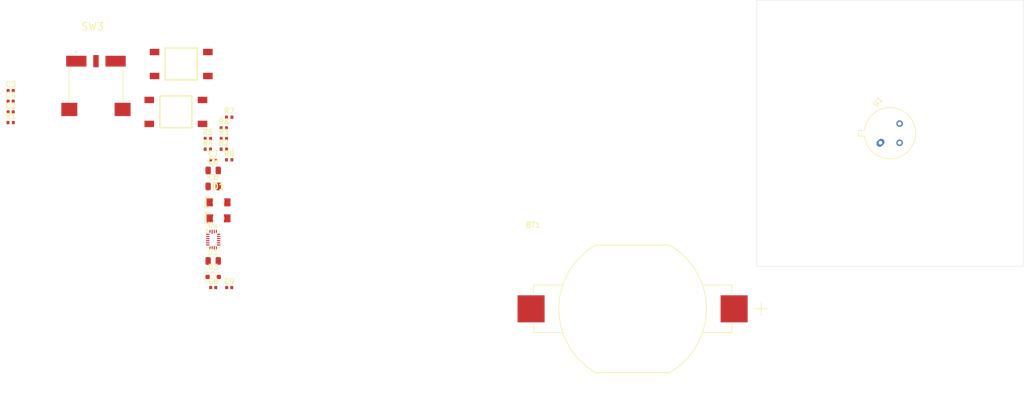
<source format=kicad_pcb>
(kicad_pcb (version 20241229) (generator "pcbnew") (generator_version "9.0")
  (layers (0 "F.Cu" signal) (4 "In1.Cu" signal) (6 "In2.Cu" signal) (2 "B.Cu" signal) (13 "F.Paste" user) (15 "B.Paste" user) (5 "F.SilkS" user "F.Silkscreen") (7 "B.SilkS" user "B.Silkscreen") (1 "F.Mask" user) (3 "B.Mask" user) (25 "Edge.Cuts" user))
  (net 0 "")
  (net 1 "GND")
  (net 2 "/VBAT")
  (net 3 "/PIR_OUT")
  (net 4 "Net-(C6-Pad1)")
  (net 5 "Net-(D3-K)")
  (net 6 "/STAGE1_OUT")
  (net 7 "Net-(U2E-RH1_A{slash}GPI4)")
  (net 8 "Net-(U2E-RH0_B{slash}GPI2)")
  (net 9 "/STAGE2_OUT")
  (net 10 "/LOW_BAT_LED")
  (net 11 "Net-(D1-A)")
  (net 12 "Net-(D2-A)")
  (net 13 "/PIR_LED")
  (net 14 "/VDD{slash}2_REF")
  (net 15 "/UP_BTN")
  (net 16 "/DOWN_BTN")
  (net 18 "/ENABLE_SW")
  (net 20 "Net-(U2E-RH0_A{slash}GPI1)")
  (net 21 "/1V4_REF")
  (footprint "Configurable_PIR_GreenPAK:R_0402_1005Metric" (layer "F.Cu") (at 1 72)
    (property "Reference" "R7" (at 0 -1.17 0) (layer "F.SilkS"))
    (property "Value" "1M5")
    (fp_line (start -0.153641 -0.38) (end 0.153641 -0.38) (stroke (width 0.12)) (layer "F.SilkS"))
    (fp_line (start -0.153641 0.38) (end 0.153641 0.38) (stroke (width 0.12)) (layer "F.SilkS"))
    (pad "1" smd roundrect (at -0.51 0) (size 0.54 0.64) (layers "F.Cu" "F.Mask" "F.Paste") (net 14 "/VDD{slash}2_REF"))
    (pad "2" smd roundrect (at 0.51 0) (size 0.54 0.64) (layers "F.Cu" "F.Mask" "F.Paste") (net 2 "/VBAT"))
  )
  (footprint "Configurable_PIR_GreenPAK:TO-5-3" (layer "F.Cu") (at 125 75 45)
    (property "Reference" "U1" (at 2.54 -5.81 45) (layer "F.SilkS"))
    (property "Value" "PIR")
    (fp_line (start -3.811018 -4.574693) (end -4.574693 -3.811018) (stroke (width 0.12)) (layer "F.SilkS"))
    (fp_line (start -4.574693 -3.811018) (end -3.76152 -2.997844) (stroke (width 0.12)) (layer "F.SilkS"))
    (fp_line (start -2.997844 -3.76152) (end -3.811018 -4.574693) (stroke (width 0.12)) (layer "F.SilkS"))
    (fp_arc (start -2.997844 -3.76152) (mid 3.401184 3.401184) (end -3.76152 -2.997844) (stroke (width 0.12)) (layer "F.SilkS"))
    (pad "1" thru_hole oval (at -2.54 0 45) (size 1.6 1.2) (drill 0.7) (layers "*.Cu" "*.Mask") (net 2 "/VBAT"))
    (pad "2" thru_hole circle (at 0 2.54 45) (size 1.2 1.2) (drill 0.7) (layers "*.Cu" "*.Mask") (net 3 "/PIR_OUT"))
    (pad "3" thru_hole circle (at 2.54 0 45) (size 1.2 1.2) (drill 0.7) (layers "*.Cu" "*.Mask") (net 1 "GND"))
  )
  (footprint "Configurable_PIR_GreenPAK:R_0402_1005Metric" (layer "F.Cu") (at 0 76)
    (property "Reference" "R3" (at 0 -1.17 0) (layer "F.SilkS"))
    (property "Value" "510E")
    (fp_line (start -0.153641 -0.38) (end 0.153641 -0.38) (stroke (width 0.12)) (layer "F.SilkS"))
    (fp_line (start -0.153641 0.38) (end 0.153641 0.38) (stroke (width 0.12)) (layer "F.SilkS"))
    (pad "1" smd roundrect (at -0.51 0) (size 0.54 0.64) (layers "F.Cu" "F.Mask" "F.Paste") (net 12 "Net-(D2-A)"))
    (pad "2" smd roundrect (at 0.51 0) (size 0.54 0.64) (layers "F.Cu" "F.Mask" "F.Paste") (net 2 "/VBAT"))
  )
  (footprint "Configurable_PIR_GreenPAK:R_0402_1005Metric" (layer "F.Cu") (at -40 73)
    (property "Reference" "R1" (at 0 -1.17 0) (layer "F.SilkS"))
    (property "Value" "47k")
    (fp_line (start -0.153641 -0.38) (end 0.153641 -0.38) (stroke (width 0.12)) (layer "F.SilkS"))
    (fp_line (start -0.153641 0.38) (end 0.153641 0.38) (stroke (width 0.12)) (layer "F.SilkS"))
    (pad "1" smd roundrect (at -0.51 0) (size 0.54 0.64) (layers "F.Cu" "F.Mask" "F.Paste") (net 3 "/PIR_OUT"))
    (pad "2" smd roundrect (at 0.51 0) (size 0.54 0.64) (layers "F.Cu" "F.Mask" "F.Paste") (net 1 "GND"))
  )
  (footprint "Configurable_PIR_GreenPAK:MountingHole_3.2mm_M3" (layer "F.Cu") (at 105 95)
    (property "Reference" "H2" (hide yes))
    (property "Value" "MountingHole")
    (pad "" np_thru_hole circle (at 0 0) (size 3.2 3.2) (drill 3.2) (layers "*.Cu" "*.Mask"))
  )
  (footprint "Configurable_PIR_GreenPAK:R_0402_1005Metric" (layer "F.Cu") (at 0 74)
    (property "Reference" "R6" (at 0 -1.17 0) (layer "F.SilkS"))
    (property "Value" "1M5")
    (fp_line (start -0.153641 -0.38) (end 0.153641 -0.38) (stroke (width 0.12)) (layer "F.SilkS"))
    (fp_line (start -0.153641 0.38) (end 0.153641 0.38) (stroke (width 0.12)) (layer "F.SilkS"))
    (pad "1" smd roundrect (at -0.51 0) (size 0.54 0.64) (layers "F.Cu" "F.Mask" "F.Paste") (net 8 "Net-(U2E-RH0_B{slash}GPI2)"))
    (pad "2" smd roundrect (at 0.51 0) (size 0.54 0.64) (layers "F.Cu" "F.Mask" "F.Paste") (net 9 "/STAGE2_OUT"))
  )
  (footprint "Configurable_PIR_GreenPAK:MountingHole_3.2mm_M3" (layer "F.Cu") (at 145 95)
    (property "Reference" "H4" (hide yes))
    (property "Value" "MountingHole")
    (pad "" np_thru_hole circle (at 0 0) (size 3.2 3.2) (drill 3.2) (layers "*.Cu" "*.Mask"))
  )
  (footprint "Configurable_PIR_GreenPAK:R_0402_1005Metric" (layer "F.Cu") (at -3 78)
    (property "Reference" "R4" (at 0 -1.17 0) (layer "F.SilkS"))
    (property "Value" "47k")
    (fp_line (start -0.153641 -0.38) (end 0.153641 -0.38) (stroke (width 0.12)) (layer "F.SilkS"))
    (fp_line (start -0.153641 0.38) (end 0.153641 0.38) (stroke (width 0.12)) (layer "F.SilkS"))
    (pad "1" smd roundrect (at -0.51 0) (size 0.54 0.64) (layers "F.Cu" "F.Mask" "F.Paste") (net 4 "Net-(C6-Pad1)"))
    (pad "2" smd roundrect (at 0.51 0) (size 0.54 0.64) (layers "F.Cu" "F.Mask" "F.Paste") (net 5 "Net-(D3-K)"))
  )
  (footprint "Configurable_PIR_GreenPAK:5990Kxx_reverse_LED" (layer "F.Cu") (at -1 88)
    (property "Reference" "D1" (at 0 -3 0) (layer "F.SilkS") (effects (font (size 1.27 1.27) (thickness 0.254))))
    (property "Value" "Red LED" (hide yes))
    (fp_line (start -2.5 -1) (end -2.5 1) (stroke (width 0.2)) (layer "F.SilkS"))
    (fp_line (start -2.5 1) (end -1.5 1) (stroke (width 0.2)) (layer "F.SilkS"))
    (fp_line (start -1.5 -1) (end -2.5 -1) (stroke (width 0.2)) (layer "F.SilkS"))
    (pad "" np_thru_hole circle (at 0 0) (size 2.2 2.2) (drill 2.2) (layers "F&B.Cu" "*.Mask"))
    (pad "1" smd rect (at -1.625 0) (size 1.25 1.5) (layers "F.Cu" "F.Mask" "F.Paste") (net 10 "/LOW_BAT_LED"))
    (pad "2" smd rect (at 1.625 0) (size 1.25 1.5) (layers "F.Cu" "F.Mask" "F.Paste") (net 11 "Net-(D1-A)"))
  )
  (footprint "Configurable_PIR_GreenPAK:MountingHole_3.2mm_M3" (layer "F.Cu") (at 145 55)
    (property "Reference" "H1" (hide yes))
    (property "Value" "MountingHole")
    (pad "" np_thru_hole circle (at 0 0) (size 3.2 3.2) (drill 3.2) (layers "*.Cu" "*.Mask"))
  )
  (footprint "Configurable_PIR_GreenPAK:R_0402_1005Metric" (layer "F.Cu") (at 0 78)
    (property "Reference" "R2" (at 0 -1.17 0) (layer "F.SilkS"))
    (property "Value" "510E")
    (fp_line (start -0.153641 -0.38) (end 0.153641 -0.38) (stroke (width 0.12)) (layer "F.SilkS"))
    (fp_line (start -0.153641 0.38) (end 0.153641 0.38) (stroke (width 0.12)) (layer "F.SilkS"))
    (pad "1" smd roundrect (at -0.51 0) (size 0.54 0.64) (layers "F.Cu" "F.Mask" "F.Paste") (net 11 "Net-(D1-A)"))
    (pad "2" smd roundrect (at 0.51 0) (size 0.54 0.64) (layers "F.Cu" "F.Mask" "F.Paste") (net 2 "/VBAT"))
  )
  (footprint "Configurable_PIR_GreenPAK:C_0402_1005Metric" (layer "F.Cu") (at 1 104)
    (property "Reference" "C9" (at 0 -1.16 0) (layer "F.SilkS"))
    (property "Value" "6n8")
    (fp_line (start -0.107836 -0.36) (end 0.107836 -0.36) (stroke (width 0.12)) (layer "F.SilkS"))
    (fp_line (start -0.107836 0.36) (end 0.107836 0.36) (stroke (width 0.12)) (layer "F.SilkS"))
    (pad "1" smd roundrect (at -0.48 0) (size 0.56 0.62) (layers "F.Cu" "F.Mask" "F.Paste") (net 8 "Net-(U2E-RH0_B{slash}GPI2)"))
    (pad "2" smd roundrect (at 0.48 0) (size 0.56 0.62) (layers "F.Cu" "F.Mask" "F.Paste") (net 9 "/STAGE2_OUT"))
  )
  (footprint "Configurable_PIR_GreenPAK:RT3301AF100Q" (layer "F.Cu") (at -9 71)
    (property "Reference" "SW1" (at 0 0 0) (layer "F.SilkS") (effects (font (size 1.27 1.27) (thickness 0.254))))
    (property "Value" "SW_Push" (hide yes))
    (fp_line (start -3 -3) (end -3 3) (stroke (width 0.2)) (layer "F.SilkS"))
    (fp_line (start -3 3) (end 3 3) (stroke (width 0.2)) (layer "F.SilkS"))
    (fp_line (start 3 -3) (end -3 -3) (stroke (width 0.2)) (layer "F.SilkS"))
    (fp_line (start 3 3) (end 3 -3) (stroke (width 0.2)) (layer "F.SilkS"))
    (fp_line (start 6.1 2.25) (end 6.1 2.25) (stroke (width 0.1)) (layer "F.SilkS"))
    (fp_line (start 6.2 2.25) (end 6.2 2.25) (stroke (width 0.1)) (layer "F.SilkS"))
    (fp_arc (start 6.1 2.25) (mid 6.15 2.2) (end 6.2 2.25) (stroke (width 0.1)) (layer "F.SilkS"))
    (fp_arc (start 6.2 2.25) (mid 6.15 2.3) (end 6.1 2.25) (stroke (width 0.1)) (layer "F.SilkS"))
    (pad "" np_thru_hole circle (at 0 0) (size 3.7 3.7) (drill 3.7) (layers "*.Cu" "*.Mask"))
    (pad "1" smd rect (at -5 2.25 90) (size 1.2 1.8) (layers "F.Cu" "F.Mask" "F.Paste") (net 1 "GND"))
    (pad "1" smd rect (at 5 2.25 90) (size 1.2 1.8) (layers "F.Cu" "F.Mask" "F.Paste") (net 1 "GND"))
    (pad "2" smd rect (at -5 -2.25 90) (size 1.2 1.8) (layers "F.Cu" "F.Mask" "F.Paste") (net 15 "/UP_BTN"))
    (pad "2" smd rect (at 5 -2.25 90) (size 1.2 1.8) (layers "F.Cu" "F.Mask" "F.Paste") (net 15 "/UP_BTN"))
  )
  (footprint "Configurable_PIR_GreenPAK:5990Kxx_reverse_LED" (layer "F.Cu") (at -1 91)
    (property "Reference" "D2" (at 0 -3 0) (layer "F.SilkS") (effects (font (size 1.27 1.27) (thickness 0.254))))
    (property "Value" "Green LED" (hide yes))
    (fp_line (start -2.5 -1) (end -2.5 1) (stroke (width 0.2)) (layer "F.SilkS"))
    (fp_line (start -2.5 1) (end -1.5 1) (stroke (width 0.2)) (layer "F.SilkS"))
    (fp_line (start -1.5 -1) (end -2.5 -1) (stroke (width 0.2)) (layer "F.SilkS"))
    (pad "" np_thru_hole circle (at 0 0) (size 2.2 2.2) (drill 2.2) (layers "F&B.Cu" "*.Mask"))
    (pad "1" smd rect (at -1.625 0) (size 1.25 1.5) (layers "F.Cu" "F.Mask" "F.Paste") (net 13 "/PIR_LED"))
    (pad "2" smd rect (at 1.625 0) (size 1.25 1.5) (layers "F.Cu" "F.Mask" "F.Paste") (net 12 "Net-(D2-A)"))
  )
  (footprint "Configurable_PIR_GreenPAK:C_0805_2012Metric" (layer "F.Cu") (at -2 99)
    (property "Reference" "C1" (at 0 -1.68 0) (layer "F.SilkS"))
    (property "Value" "22u")
    (fp_line (start -0.261252 -0.735) (end 0.261252 -0.735) (stroke (width 0.12)) (layer "F.SilkS"))
    (fp_line (start -0.261252 0.735) (end 0.261252 0.735) (stroke (width 0.12)) (layer "F.SilkS"))
    (pad "1" smd roundrect (at -0.95 0) (size 1 1.45) (layers "F.Cu" "F.Mask" "F.Paste") (net 2 "/VBAT"))
    (pad "2" smd roundrect (at 0.95 0) (size 1 1.45) (layers "F.Cu" "F.Mask" "F.Paste") (net 1 "GND"))
  )
  (footprint "Configurable_PIR_GreenPAK:C_0402_1005Metric" (layer "F.Cu") (at -2 80)
    (property "Reference" "C7" (at 0 -1.16 0) (layer "F.SilkS"))
    (property "Value" "6n8")
    (fp_line (start -0.107836 -0.36) (end 0.107836 -0.36) (stroke (width 0.12)) (layer "F.SilkS"))
    (fp_line (start -0.107836 0.36) (end 0.107836 0.36) (stroke (width 0.12)) (layer "F.SilkS"))
    (pad "1" smd roundrect (at -0.48 0) (size 0.56 0.62) (layers "F.Cu" "F.Mask" "F.Paste") (net 5 "Net-(D3-K)"))
    (pad "2" smd roundrect (at 0.48 0) (size 0.56 0.62) (layers "F.Cu" "F.Mask" "F.Paste") (net 6 "/STAGE1_OUT"))
  )
  (footprint "Configurable_PIR_GreenPAK:R_0402_1005Metric" (layer "F.Cu") (at -3 76)
    (property "Reference" "R5" (at 0 -1.17 0) (layer "F.SilkS"))
    (property "Value" "1M5")
    (fp_line (start -0.153641 -0.38) (end 0.153641 -0.38) (stroke (width 0.12)) (layer "F.SilkS"))
    (fp_line (start -0.153641 0.38) (end 0.153641 0.38) (stroke (width 0.12)) (layer "F.SilkS"))
    (pad "1" smd roundrect (at -0.51 0) (size 0.54 0.64) (layers "F.Cu" "F.Mask" "F.Paste") (net 5 "Net-(D3-K)"))
    (pad "2" smd roundrect (at 0.51 0) (size 0.54 0.64) (layers "F.Cu" "F.Mask" "F.Paste") (net 6 "/STAGE1_OUT"))
  )
  (footprint "Configurable_PIR_GreenPAK:C_0402_1005Metric" (layer "F.Cu") (at -2 104)
    (property "Reference" "C5" (at 0 -1.16 0) (layer "F.SilkS"))
    (property "Value" "100n")
    (fp_line (start -0.107836 -0.36) (end 0.107836 -0.36) (stroke (width 0.12)) (layer "F.SilkS"))
    (fp_line (start -0.107836 0.36) (end 0.107836 0.36) (stroke (width 0.12)) (layer "F.SilkS"))
    (pad "1" smd roundrect (at -0.48 0) (size 0.56 0.62) (layers "F.Cu" "F.Mask" "F.Paste") (net 2 "/VBAT"))
    (pad "2" smd roundrect (at 0.48 0) (size 0.56 0.62) (layers "F.Cu" "F.Mask" "F.Paste") (net 1 "GND"))
  )
  (footprint "Configurable_PIR_GreenPAK:C_0805_2012Metric" (layer "F.Cu") (at -2 82)
    (property "Reference" "C8" (at 0 -1.68 0) (layer "F.SilkS"))
    (property "Value" "22u")
    (fp_line (start -0.261252 -0.735) (end 0.261252 -0.735) (stroke (width 0.12)) (layer "F.SilkS"))
    (fp_line (start -0.261252 0.735) (end 0.261252 0.735) (stroke (width 0.12)) (layer "F.SilkS"))
    (pad "1" smd roundrect (at -0.95 0) (size 1 1.45) (layers "F.Cu" "F.Mask" "F.Paste") (net 6 "/STAGE1_OUT"))
    (pad "2" smd roundrect (at 0.95 0) (size 1 1.45) (layers "F.Cu" "F.Mask" "F.Paste") (net 7 "Net-(U2E-RH1_A{slash}GPI4)"))
  )
  (footprint "Configurable_PIR_GreenPAK:SW_500ASSP1SM6QE" (layer "F.Cu") (at -24 66)
    (property "Reference" "SW3" (at -0.635 -11.049 0) (layer "F.SilkS") (effects (font (size 1.4 1.4))))
    (property "Value" "SW_SPDT")
    (fp_line (start -5.08 -2.899) (end -5.08 2.899) (stroke (width 0.127)) (layer "F.SilkS"))
    (fp_line (start 5.08 -2.899) (end 5.08 2.899) (stroke (width 0.127)) (layer "F.SilkS"))
    (fp_circle (center -3.685 -6.25) (end -3.585 -6.25) (stroke (width 0.2)) (fill no) (layer "F.SilkS"))
    (pad "" smd rect (at -5 4.535) (size 3 2.5) (layers "F.Cu" "F.Mask" "F.Paste"))
    (pad "" smd rect (at 5 4.535) (size 3 2.5) (layers "F.Cu" "F.Mask" "F.Paste"))
    (pad "1" smd rect (at -3.685 -4.535) (size 3.81 2.03) (layers "F.Cu" "F.Mask" "F.Paste"))
    (pad "2" smd rect (at 0 -4.535) (size 1.02 2.29) (layers "F.Cu" "F.Mask" "F.Paste") (net 18 "/ENABLE_SW"))
    (pad "3" smd rect (at 3.685 -4.535) (size 3.81 2.03) (layers "F.Cu" "F.Mask" "F.Paste") (net 1 "GND"))
  )
  (footprint "Configurable_PIR_GreenPAK:RT3301AF100Q" (layer "F.Cu") (at -8 62)
    (property "Reference" "SW2" (at 0 0 0) (layer "F.SilkS") (effects (font (size 1.27 1.27) (thickness 0.254))))
    (property "Value" "SW_Push" (hide yes))
    (fp_line (start -3 -3) (end -3 3) (stroke (width 0.2)) (layer "F.SilkS"))
    (fp_line (start -3 3) (end 3 3) (stroke (width 0.2)) (layer "F.SilkS"))
    (fp_line (start 3 -3) (end -3 -3) (stroke (width 0.2)) (layer "F.SilkS"))
    (fp_line (start 3 3) (end 3 -3) (stroke (width 0.2)) (layer "F.SilkS"))
    (fp_line (start 6.1 2.25) (end 6.1 2.25) (stroke (width 0.1)) (layer "F.SilkS"))
    (fp_line (start 6.2 2.25) (end 6.2 2.25) (stroke (width 0.1)) (layer "F.SilkS"))
    (fp_arc (start 6.1 2.25) (mid 6.15 2.2) (end 6.2 2.25) (stroke (width 0.1)) (layer "F.SilkS"))
    (fp_arc (start 6.2 2.25) (mid 6.15 2.3) (end 6.1 2.25) (stroke (width 0.1)) (layer "F.SilkS"))
    (pad "" np_thru_hole circle (at 0 0) (size 3.7 3.7) (drill 3.7) (layers "*.Cu" "*.Mask"))
    (pad "1" smd rect (at -5 2.25 90) (size 1.2 1.8) (layers "F.Cu" "F.Mask" "F.Paste") (net 1 "GND"))
    (pad "1" smd rect (at 5 2.25 90) (size 1.2 1.8) (layers "F.Cu" "F.Mask" "F.Paste") (net 1 "GND"))
    (pad "2" smd rect (at -5 -2.25 90) (size 1.2 1.8) (layers "F.Cu" "F.Mask" "F.Paste") (net 16 "/DOWN_BTN"))
    (pad "2" smd rect (at 5 -2.25 90) (size 1.2 1.8) (layers "F.Cu" "F.Mask" "F.Paste") (net 16 "/DOWN_BTN"))
  )
  (footprint "Configurable_PIR_GreenPAK:C_0402_1005Metric" (layer "F.Cu") (at -40 67)
    (property "Reference" "C3" (at 0 -1.16 0) (layer "F.SilkS"))
    (property "Value" "100n")
    (fp_line (start -0.107836 -0.36) (end 0.107836 -0.36) (stroke (width 0.12)) (layer "F.SilkS"))
    (fp_line (start -0.107836 0.36) (end 0.107836 0.36) (stroke (width 0.12)) (layer "F.SilkS"))
    (pad "1" smd roundrect (at -0.48 0) (size 0.56 0.62) (layers "F.Cu" "F.Mask" "F.Paste") (net 2 "/VBAT"))
    (pad "2" smd roundrect (at 0.48 0) (size 0.56 0.62) (layers "F.Cu" "F.Mask" "F.Paste") (net 1 "GND"))
  )
  (footprint "Configurable_PIR_GreenPAK:D_SOD-323" (layer "F.Cu") (at -2 102)
    (property "Reference" "D3" (at 0 -1.85 0) (layer "F.SilkS"))
    (property "Value" "CUS10S30,H3F")
    (fp_line (start -1.61 -0.85) (end -1.61 0.85) (stroke (width 0.12)) (layer "F.SilkS"))
    (fp_line (start -1.61 -0.85) (end 1.05 -0.85) (stroke (width 0.12)) (layer "F.SilkS"))
    (fp_line (start -1.61 0.85) (end 1.05 0.85) (stroke (width 0.12)) (layer "F.SilkS"))
    (pad "1" smd roundrect (at -1.05 0) (size 0.8 0.8) (layers "F.Cu" "F.Mask" "F.Paste") (net 5 "Net-(D3-K)"))
    (pad "2" smd roundrect (at 1.05 0) (size 0.8 0.8) (layers "F.Cu" "F.Mask" "F.Paste") (net 6 "/STAGE1_OUT"))
  )
  (footprint "Configurable_PIR_GreenPAK:C_0805_2012Metric" (layer "F.Cu") (at -2 85)
    (property "Reference" "C6" (at 0 -1.68 0) (layer "F.SilkS"))
    (property "Value" "22u")
    (fp_line (start -0.261252 -0.735) (end 0.261252 -0.735) (stroke (width 0.12)) (layer "F.SilkS"))
    (fp_line (start -0.261252 0.735) (end 0.261252 0.735) (stroke (width 0.12)) (layer "F.SilkS"))
    (pad "1" smd roundrect (at -0.95 0) (size 1 1.45) (layers "F.Cu" "F.Mask" "F.Paste") (net 4 "Net-(C6-Pad1)"))
    (pad "2" smd roundrect (at 0.95 0) (size 1 1.45) (layers "F.Cu" "F.Mask" "F.Paste") (net 1 "GND"))
  )
  (footprint "Configurable_PIR_GreenPAK:C_0402_1005Metric" (layer "F.Cu") (at -40 69)
    (property "Reference" "C4" (at 0 -1.16 0) (layer "F.SilkS"))
    (property "Value" "100n")
    (fp_line (start -0.107836 -0.36) (end 0.107836 -0.36) (stroke (width 0.12)) (layer "F.SilkS"))
    (fp_line (start -0.107836 0.36) (end 0.107836 0.36) (stroke (width 0.12)) (layer "F.SilkS"))
    (pad "1" smd roundrect (at -0.48 0) (size 0.56 0.62) (layers "F.Cu" "F.Mask" "F.Paste") (net 2 "/VBAT"))
    (pad "2" smd roundrect (at 0.48 0) (size 0.56 0.62) (layers "F.Cu" "F.Mask" "F.Paste") (net 1 "GND"))
  )
  (footprint "Configurable_PIR_GreenPAK:Renesas_UQFN-20_2x3mm_P0.4mm_LayoutBorder4x6y" (layer "F.Cu") (at -2 95)
    (property "Reference" "U2" (at 0 -2.8 0) (layer "F.SilkS"))
    (property "Value" "SLG47001V")
    (fp_line (start -1.11 1.61) (end -1.11 1.36) (stroke (width 0.12)) (layer "F.SilkS"))
    (fp_line (start -0.96 1.61) (end -1.11 1.61) (stroke (width 0.12)) (layer "F.SilkS"))
    (fp_line (start 0.96 -1.61) (end 1.11 -1.61) (stroke (width 0.12)) (layer "F.SilkS"))
    (fp_line (start 0.96 1.61) (end 1.11 1.61) (stroke (width 0.12)) (layer "F.SilkS"))
    (fp_line (start 1.11 -1.61) (end 1.11 -1.36) (stroke (width 0.12)) (layer "F.SilkS"))
    (fp_line (start 1.11 1.61) (end 1.11 1.36) (stroke (width 0.12)) (layer "F.SilkS"))
    (fp_poly (pts (xy -1.21 -1.61) (xy -1.45 -1.94) (xy -0.97 -1.94)) (stroke (width 0.12)) (fill yes) (layer "F.SilkS"))
    (pad "1" smd roundrect (at -1.025 -1) (size 0.65 0.2) (layers "F.Cu" "F.Mask" "F.Paste") (net 18 "/ENABLE_SW"))
    (pad "2" smd roundrect (at -1.025 -0.6) (size 0.65 0.2) (layers "F.Cu" "F.Mask" "F.Paste") (net 2 "/VBAT"))
    (pad "3" smd roundrect (at -1.025 -0.2) (size 0.65 0.2) (layers "F.Cu" "F.Mask" "F.Paste") (net 1 "GND"))
    (pad "4" smd roundrect (at -1.025 0.2) (size 0.65 0.2) (layers "F.Cu" "F.Mask" "F.Paste") (net 20 "Net-(U2E-RH0_A{slash}GPI1)"))
    (pad "5" smd roundrect (at -1.025 0.6) (size 0.65 0.2) (layers "F.Cu" "F.Mask" "F.Paste") (net 8 "Net-(U2E-RH0_B{slash}GPI2)"))
    (pad "6" smd roundrect (at -1.025 1) (size 0.65 0.2) (layers "F.Cu" "F.Mask" "F.Paste") (net 3 "/PIR_OUT"))
    (pad "7" smd roundrect (at -0.6 1.5625) (size 0.2 0.575) (layers "F.Cu" "F.Mask" "F.Paste") (net 5 "Net-(D3-K)"))
    (pad "8" smd roundrect (at -0.2 1.525) (size 0.2 0.65) (layers "F.Cu" "F.Mask" "F.Paste") (net 6 "/STAGE1_OUT"))
    (pad "9" smd roundrect (at 0.2 1.525) (size 0.2 0.65) (layers "F.Cu" "F.Mask" "F.Paste") (net 9 "/STAGE2_OUT"))
    (pad "10" smd roundrect (at 0.6 1.5625) (size 0.2 0.575) (layers "F.Cu" "F.Mask" "F.Paste") (net 8 "Net-(U2E-RH0_B{slash}GPI2)"))
    (pad "11" smd roundrect (at 1.025 1) (size 0.65 0.2) (layers "F.Cu" "F.Mask" "F.Paste") (net 14 "/VDD{slash}2_REF"))
    (pad "12" smd roundrect (at 1.025 0.6) (size 0.65 0.2) (layers "F.Cu" "F.Mask" "F.Paste") (net 20 "Net-(U2E-RH0_A{slash}GPI1)"))
    (pad "13" smd roundrect (at 1.025 0.2) (size 0.65 0.2) (layers "F.Cu" "F.Mask" "F.Paste") (net 7 "Net-(U2E-RH1_A{slash}GPI4)"))
    (pad "14" smd roundrect (at 1.025 -0.2) (size 0.65 0.2) (layers "F.Cu" "F.Mask" "F.Paste") (net 2 "/VBAT"))
    (pad "15" smd roundrect (at 1.025 -0.6) (size 0.65 0.2) (layers "F.Cu" "F.Mask" "F.Paste") (net 16 "/DOWN_BTN"))
    (pad "16" smd roundrect (at 1.025 -1) (size 0.65 0.2) (layers "F.Cu" "F.Mask" "F.Paste") (net 15 "/UP_BTN"))
    (pad "17" smd roundrect (at 0.6 -1.5625) (size 0.2 0.575) (layers "F.Cu" "F.Mask" "F.Paste") (net 21 "/1V4_REF"))
    (pad "18" smd roundrect (at 0.2 -1.525) (size 0.2 0.65) (layers "F.Cu" "F.Mask" "F.Paste") (net 13 "/PIR_LED"))
    (pad "19" smd roundrect (at -0.2 -1.475) (size 0.2 0.75) (layers "F.Cu" "F.Mask" "F.Paste") (net 10 "/LOW_BAT_LED"))
    (pad "20" smd roundrect (at -0.6 -1.5625) (size 0.2 0.575) (layers "F.Cu" "F.Mask" "F.Paste"))
  )
  (footprint "Configurable_PIR_GreenPAK:R_0402_1005Metric" (layer "F.Cu") (at 1 80)
    (property "Reference" "R8" (at 0 -1.17 0) (layer "F.SilkS"))
    (property "Value" "1M5")
    (fp_line (start -0.153641 -0.38) (end 0.153641 -0.38) (stroke (width 0.12)) (layer "F.SilkS"))
    (fp_line (start -0.153641 0.38) (end 0.153641 0.38) (stroke (width 0.12)) (layer "F.SilkS"))
    (pad "1" smd roundrect (at -0.51 0) (size 0.54 0.64) (layers "F.Cu" "F.Mask" "F.Paste") (net 1 "GND"))
    (pad "2" smd roundrect (at 0.51 0) (size 0.54 0.64) (layers "F.Cu" "F.Mask" "F.Paste") (net 14 "/VDD{slash}2_REF"))
  )
  (footprint "Configurable_PIR_GreenPAK:MPD_BU2477SM-JJ-GTR" (layer "F.Cu") (at 76.70075 108)
    (property "Reference" "BT1" (at -18.665 -15.738 0) (layer "F.SilkS"))
    (property "Value" "Battery_Cell")
    (fp_line (start -18.61 -4.46) (end -18.61 -2.86) (stroke (width 0.127)) (layer "F.SilkS"))
    (fp_line (start -18.61 -4.46) (end -13.15 -4.46) (stroke (width 0.127)) (layer "F.SilkS"))
    (fp_line (start -18.61 4.46) (end -18.61 2.86) (stroke (width 0.127)) (layer "F.SilkS"))
    (fp_line (start -18.61 4.46) (end -13.15 4.46) (stroke (width 0.127)) (layer "F.SilkS"))
    (fp_line (start -6.92 -11.985) (end -6.9 -11.985) (stroke (width 0.127)) (layer "F.SilkS"))
    (fp_line (start -6.92 11.985) (end 6.92 11.985) (stroke (width 0.127)) (layer "F.SilkS"))
    (fp_line (start -6.9 -11.985) (end 6.92 -11.985) (stroke (width 0.127)) (layer "F.SilkS"))
    (fp_line (start 18.61 -4.46) (end 13.15 -4.46) (stroke (width 0.127)) (layer "F.SilkS"))
    (fp_line (start 18.61 -4.46) (end 18.61 -2.86) (stroke (width 0.127)) (layer "F.SilkS"))
    (fp_line (start 18.61 4.46) (end 13.15 4.46) (stroke (width 0.127)) (layer "F.SilkS"))
    (fp_line (start 18.61 4.46) (end 18.61 2.86) (stroke (width 0.127)) (layer "F.SilkS"))
    (fp_line (start 22.86 0) (end 25.4 0) (stroke (width 0.127)) (layer "F.SilkS"))
    (fp_line (start 24.13 -1.27) (end 24.13 1.27) (stroke (width 0.127)) (layer "F.SilkS"))
    (fp_arc (start -13.85 0) (mid -11.983519 -6.925267) (end -6.9 -11.985) (stroke (width 0.127)) (layer "F.SilkS"))
    (fp_arc (start -6.9 12) (mid -11.985532 6.932767) (end -13.85 0) (stroke (width 0.127)) (layer "F.SilkS"))
    (fp_arc (start 6.9 -12) (mid 11.985532 -6.932767) (end 13.85 0) (stroke (width 0.127)) (layer "F.SilkS"))
    (fp_arc (start 13.85 0) (mid 11.985532 6.932767) (end 6.9 12) (stroke (width 0.127)) (layer "F.SilkS"))
    (pad "N" smd rect (at -19.05 0) (size 5.08 5.08) (layers "F.Cu" "F.Mask" "F.Paste") (net 1 "GND"))
    (pad "P" smd rect (at 19.05 0) (size 5.08 5.08) (layers "F.Cu" "F.Mask" "F.Paste") (net 2 "/VBAT"))
  )
  (footprint "Configurable_PIR_GreenPAK:C_0402_1005Metric" (layer "F.Cu") (at -40 71)
    (property "Reference" "C2" (at 0 -1.16 0) (layer "F.SilkS"))
    (property "Value" "1n")
    (fp_line (start -0.107836 -0.36) (end 0.107836 -0.36) (stroke (width 0.12)) (layer "F.SilkS"))
    (fp_line (start -0.107836 0.36) (end 0.107836 0.36) (stroke (width 0.12)) (layer "F.SilkS"))
    (pad "1" smd roundrect (at -0.48 0) (size 0.56 0.62) (layers "F.Cu" "F.Mask" "F.Paste") (net 3 "/PIR_OUT"))
    (pad "2" smd roundrect (at 0.48 0) (size 0.56 0.62) (layers "F.Cu" "F.Mask" "F.Paste") (net 1 "GND"))
  )
  (footprint "Configurable_PIR_GreenPAK:MountingHole_3.2mm_M3" (layer "F.Cu") (at 105 55)
    (property "Reference" "H3" (hide yes))
    (property "Value" "MountingHole")
    (pad "" np_thru_hole circle (at 0 0) (size 3.2 3.2) (drill 3.2) (layers "*.Cu" "*.Mask"))
  )
  (gr_line (start 150 100) (end 100 100) (stroke (width 0.05)) (layer "Edge.Cuts"))
  (gr_line (start 100 50) (end 150 50) (stroke (width 0.05)) (layer "Edge.Cuts"))
  (gr_line (start 150 50) (end 150 100) (stroke (width 0.05)) (layer "Edge.Cuts"))
  (gr_line (start 100 100) (end 100 50) (stroke (width 0.05)) (layer "Edge.Cuts"))
)
</source>
